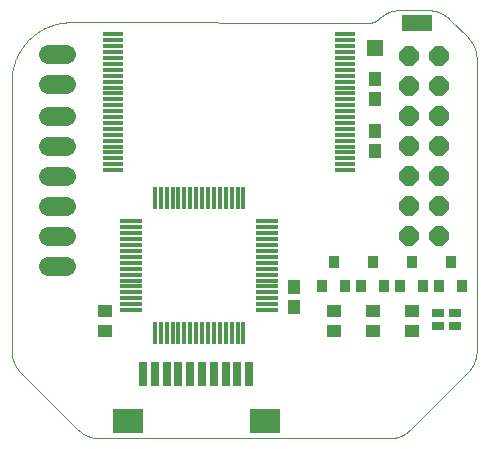
<source format=gts>
G04 EAGLE Gerber RS-274X export*
G75*
%MOMM*%
%FSLAX34Y34*%
%LPD*%
%INSolder Mask top*%
%IPPOS*%
%AMOC8*
5,1,8,0,0,1.08239X$1,22.5*%
G01*
%ADD10C,0.000000*%
%ADD11R,1.889900X0.464800*%
%ADD12R,0.464800X1.889900*%
%ADD13R,1.738000X0.401600*%
%ADD14C,1.625600*%
%ADD15R,1.101600X1.201600*%
%ADD16R,2.641600X1.371600*%
%ADD17R,1.201600X1.101600*%
%ADD18R,0.889000X0.990600*%
%ADD19R,1.001600X0.751600*%
%ADD20R,0.701600X2.101600*%
%ADD21R,2.601600X2.101600*%
%ADD22P,1.759533X8X112.500000*%
%ADD23R,1.401600X1.401600*%


D10*
X306979Y0D02*
X73025Y0D01*
X306979Y0D02*
X307583Y7D01*
X308188Y29D01*
X308791Y65D01*
X309393Y115D01*
X309994Y180D01*
X310594Y259D01*
X311191Y352D01*
X311786Y459D01*
X312378Y580D01*
X312967Y716D01*
X313553Y865D01*
X314135Y1029D01*
X314713Y1206D01*
X315287Y1397D01*
X315855Y1601D01*
X316419Y1819D01*
X316978Y2051D01*
X317531Y2295D01*
X318077Y2553D01*
X318618Y2824D01*
X319152Y3107D01*
X319679Y3403D01*
X320199Y3711D01*
X320711Y4032D01*
X321216Y4365D01*
X321712Y4710D01*
X322201Y5066D01*
X322680Y5434D01*
X323151Y5814D01*
X323612Y6204D01*
X324065Y6605D01*
X324507Y7017D01*
X324940Y7439D01*
X324940Y7440D02*
X373561Y56061D01*
X373560Y56060D02*
X373983Y56493D01*
X374395Y56935D01*
X374796Y57388D01*
X375186Y57849D01*
X375566Y58320D01*
X375934Y58799D01*
X376290Y59288D01*
X376635Y59784D01*
X376968Y60289D01*
X377289Y60801D01*
X377597Y61321D01*
X377893Y61848D01*
X378176Y62382D01*
X378447Y62923D01*
X378705Y63469D01*
X378949Y64022D01*
X379181Y64581D01*
X379399Y65145D01*
X379603Y65713D01*
X379794Y66287D01*
X379971Y66865D01*
X380135Y67447D01*
X380284Y68033D01*
X380420Y68622D01*
X380541Y69214D01*
X380648Y69809D01*
X380741Y70406D01*
X380820Y71006D01*
X380885Y71607D01*
X380935Y72209D01*
X380971Y72812D01*
X380993Y73417D01*
X381000Y74021D01*
X381000Y321410D01*
X380993Y322017D01*
X380971Y322624D01*
X380935Y323230D01*
X380884Y323834D01*
X380819Y324438D01*
X380739Y325040D01*
X380645Y325639D01*
X380537Y326237D01*
X380415Y326831D01*
X380278Y327423D01*
X380127Y328011D01*
X379963Y328595D01*
X379784Y329175D01*
X379591Y329751D01*
X379385Y330322D01*
X379166Y330888D01*
X378932Y331448D01*
X378686Y332003D01*
X378426Y332551D01*
X378153Y333094D01*
X377868Y333629D01*
X377569Y334158D01*
X377258Y334679D01*
X376935Y335193D01*
X376600Y335699D01*
X376252Y336197D01*
X375893Y336686D01*
X375522Y337167D01*
X375140Y337638D01*
X374747Y338100D01*
X374342Y338553D01*
X373927Y338996D01*
X373502Y339429D01*
X357749Y355079D01*
X357750Y355079D02*
X357304Y355511D01*
X356848Y355932D01*
X356382Y356342D01*
X355905Y356740D01*
X355420Y357127D01*
X354924Y357502D01*
X354420Y357864D01*
X353908Y358214D01*
X353386Y358551D01*
X352857Y358876D01*
X352320Y359187D01*
X351776Y359485D01*
X351224Y359770D01*
X350666Y360041D01*
X350101Y360299D01*
X349530Y360542D01*
X348953Y360772D01*
X348371Y360987D01*
X347783Y361189D01*
X347191Y361375D01*
X346595Y361548D01*
X345995Y361705D01*
X345390Y361848D01*
X344783Y361976D01*
X344173Y362089D01*
X343560Y362187D01*
X342944Y362271D01*
X342327Y362339D01*
X341709Y362392D01*
X341089Y362430D01*
X340469Y362452D01*
X339848Y362460D01*
X315909Y362460D01*
X315295Y362453D01*
X314681Y362430D01*
X314068Y362393D01*
X313456Y362341D01*
X312845Y362275D01*
X312237Y362193D01*
X311630Y362097D01*
X311026Y361986D01*
X310425Y361861D01*
X309827Y361721D01*
X309232Y361567D01*
X308641Y361398D01*
X308055Y361215D01*
X307473Y361018D01*
X306896Y360807D01*
X306325Y360582D01*
X305759Y360344D01*
X305199Y360092D01*
X304645Y359826D01*
X304098Y359547D01*
X303558Y359255D01*
X303025Y358950D01*
X302499Y358632D01*
X301981Y358301D01*
X301472Y357958D01*
X300971Y357603D01*
X300479Y357236D01*
X299995Y356857D01*
X299521Y356466D01*
X299057Y356064D01*
X298602Y355651D01*
X298158Y355227D01*
X298158Y355228D02*
X297947Y355027D01*
X297731Y354830D01*
X297510Y354639D01*
X297285Y354454D01*
X297055Y354274D01*
X296821Y354100D01*
X296583Y353931D01*
X296341Y353768D01*
X296095Y353611D01*
X295845Y353460D01*
X295592Y353315D01*
X295335Y353177D01*
X295075Y353044D01*
X294812Y352918D01*
X294546Y352799D01*
X294277Y352685D01*
X294005Y352579D01*
X293731Y352479D01*
X293454Y352385D01*
X293176Y352299D01*
X292895Y352219D01*
X292612Y352146D01*
X292328Y352080D01*
X292042Y352021D01*
X291755Y351968D01*
X291467Y351923D01*
X291178Y351885D01*
X290888Y351854D01*
X290597Y351829D01*
X290305Y351812D01*
X290014Y351802D01*
X289722Y351799D01*
X289722Y351798D02*
X37383Y352217D01*
X36174Y352204D01*
X34965Y352162D01*
X33758Y352091D01*
X32552Y351991D01*
X31349Y351862D01*
X30150Y351703D01*
X28955Y351516D01*
X27765Y351299D01*
X26581Y351054D01*
X25403Y350781D01*
X24231Y350479D01*
X23068Y350149D01*
X21912Y349790D01*
X20766Y349404D01*
X19630Y348990D01*
X18503Y348549D01*
X17388Y348081D01*
X16285Y347586D01*
X15193Y347064D01*
X14115Y346517D01*
X13050Y345943D01*
X11999Y345343D01*
X10964Y344719D01*
X9943Y344069D01*
X8939Y343395D01*
X7951Y342697D01*
X6980Y341975D01*
X6028Y341230D01*
X5093Y340462D01*
X4177Y339672D01*
X3281Y338860D01*
X2405Y338026D01*
X1549Y337172D01*
X714Y336297D01*
X-100Y335402D01*
X-892Y334487D01*
X-1661Y333554D01*
X-2408Y332602D01*
X-3131Y331633D01*
X-3831Y330646D01*
X-4507Y329643D01*
X-5158Y328624D01*
X-5784Y327589D01*
X-6385Y326539D01*
X-6961Y325476D01*
X-7511Y324398D01*
X-8034Y323308D01*
X-8531Y322205D01*
X-9001Y321090D01*
X-9444Y319965D01*
X-9860Y318829D01*
X-10248Y317683D01*
X-10608Y316529D01*
X-10940Y315366D01*
X-11244Y314195D01*
X-11520Y313017D01*
X-11767Y311833D01*
X-11985Y310643D01*
X-12174Y309449D01*
X-12335Y308250D01*
X-12466Y307047D01*
X-12568Y305842D01*
X-12642Y304635D01*
X-12685Y303426D01*
X-12700Y302217D01*
X-12700Y149225D01*
X-12700Y117475D01*
X-12700Y74021D01*
X43360Y7439D02*
X43793Y7017D01*
X44235Y6605D01*
X44688Y6204D01*
X45149Y5814D01*
X45620Y5434D01*
X46099Y5066D01*
X46588Y4710D01*
X47084Y4365D01*
X47589Y4032D01*
X48101Y3711D01*
X48621Y3403D01*
X49148Y3107D01*
X49682Y2824D01*
X50223Y2553D01*
X50769Y2295D01*
X51322Y2051D01*
X51881Y1819D01*
X52445Y1601D01*
X53013Y1397D01*
X53587Y1206D01*
X54165Y1029D01*
X54747Y865D01*
X55333Y716D01*
X55922Y580D01*
X56514Y459D01*
X57109Y352D01*
X57706Y259D01*
X58306Y180D01*
X58907Y115D01*
X59509Y65D01*
X60112Y29D01*
X60717Y7D01*
X61321Y0D01*
X43361Y7440D02*
X-5261Y56061D01*
X-5260Y56060D02*
X-5683Y56493D01*
X-6095Y56935D01*
X-6496Y57388D01*
X-6886Y57849D01*
X-7266Y58320D01*
X-7634Y58799D01*
X-7990Y59288D01*
X-8335Y59784D01*
X-8668Y60289D01*
X-8989Y60801D01*
X-9297Y61321D01*
X-9593Y61848D01*
X-9876Y62382D01*
X-10147Y62923D01*
X-10405Y63469D01*
X-10649Y64022D01*
X-10881Y64581D01*
X-11099Y65145D01*
X-11303Y65713D01*
X-11494Y66287D01*
X-11671Y66865D01*
X-11835Y67447D01*
X-11984Y68033D01*
X-12120Y68622D01*
X-12241Y69214D01*
X-12348Y69809D01*
X-12441Y70406D01*
X-12520Y71006D01*
X-12585Y71607D01*
X-12635Y72209D01*
X-12671Y72812D01*
X-12693Y73417D01*
X-12700Y74021D01*
X61321Y0D02*
X73025Y0D01*
D11*
X88784Y183550D03*
X88784Y178550D03*
X88784Y173550D03*
X88784Y168550D03*
X88784Y163550D03*
X88784Y158550D03*
X88784Y153550D03*
X88784Y148550D03*
X88784Y143550D03*
X88784Y138550D03*
X88784Y133550D03*
X88784Y128550D03*
X88784Y123550D03*
X88784Y118550D03*
X88784Y113550D03*
X88784Y108550D03*
D12*
X108550Y88784D03*
X113550Y88784D03*
X118550Y88784D03*
X123550Y88784D03*
X128550Y88784D03*
X133550Y88784D03*
X138550Y88784D03*
X143550Y88784D03*
X148550Y88784D03*
X153550Y88784D03*
X158550Y88784D03*
X163550Y88784D03*
X168550Y88784D03*
X173550Y88784D03*
X178550Y88784D03*
X183550Y88784D03*
D11*
X203316Y108550D03*
X203316Y113550D03*
X203316Y118550D03*
X203316Y123550D03*
X203316Y128550D03*
X203316Y133550D03*
X203316Y138550D03*
X203316Y143550D03*
X203316Y148550D03*
X203316Y153550D03*
X203316Y158550D03*
X203316Y163550D03*
X203316Y168550D03*
X203316Y173550D03*
X203316Y178550D03*
X203316Y183550D03*
D12*
X183550Y203316D03*
X178550Y203316D03*
X173550Y203316D03*
X168550Y203316D03*
X163550Y203316D03*
X158550Y203316D03*
X153550Y203316D03*
X148550Y203316D03*
X143550Y203316D03*
X138550Y203316D03*
X133550Y203316D03*
X128550Y203316D03*
X123550Y203316D03*
X118550Y203316D03*
X113550Y203316D03*
X108550Y203316D03*
D13*
X73056Y341980D03*
X73056Y336980D03*
X73056Y331980D03*
X73056Y326980D03*
X73056Y321980D03*
X73056Y316980D03*
X73056Y311980D03*
X73056Y306980D03*
X73056Y301980D03*
X73056Y296980D03*
X73056Y291980D03*
X73056Y286980D03*
X73056Y281980D03*
X73056Y276980D03*
X73056Y271980D03*
X73056Y266980D03*
X73056Y261980D03*
X73056Y256980D03*
X73056Y251980D03*
X73056Y246980D03*
X73056Y241980D03*
X73056Y236980D03*
X73056Y231980D03*
X73056Y226980D03*
X269844Y226980D03*
X269844Y231980D03*
X269844Y236980D03*
X269844Y241980D03*
X269844Y246980D03*
X269844Y251980D03*
X269844Y256980D03*
X269844Y261980D03*
X269844Y266980D03*
X269844Y271980D03*
X269844Y276980D03*
X269844Y281980D03*
X269844Y286980D03*
X269844Y291980D03*
X269844Y296980D03*
X269844Y301980D03*
X269844Y306980D03*
X269844Y311980D03*
X269844Y316980D03*
X269844Y321980D03*
X269844Y326980D03*
X269844Y331980D03*
X269844Y336980D03*
X269844Y341980D03*
D14*
X33020Y146050D02*
X17780Y146050D01*
X17780Y171450D02*
X33020Y171450D01*
X33020Y196850D02*
X17780Y196850D01*
X17780Y222250D02*
X33020Y222250D01*
X33020Y247650D02*
X17780Y247650D01*
X17780Y273050D02*
X33020Y273050D01*
X33020Y300025D02*
X17780Y300025D01*
X17780Y325425D02*
X33020Y325425D01*
D15*
X226060Y127880D03*
X226060Y110880D03*
X294640Y287410D03*
X294640Y304410D03*
X294640Y259960D03*
X294640Y242960D03*
D16*
X330200Y351790D03*
D17*
X66040Y107560D03*
X66040Y90560D03*
D18*
X316484Y128905D03*
X335788Y128905D03*
X326136Y149225D03*
D17*
X260350Y91195D03*
X260350Y108195D03*
X293370Y91195D03*
X293370Y108195D03*
X326390Y91195D03*
X326390Y108195D03*
D19*
X348600Y94830D03*
X362600Y94830D03*
X348600Y105830D03*
X362600Y105830D03*
D18*
X283464Y128905D03*
X302768Y128905D03*
X293116Y149225D03*
X349504Y128905D03*
X368808Y128905D03*
X359156Y149225D03*
X250444Y128905D03*
X269748Y128905D03*
X260096Y149225D03*
D20*
X98510Y54610D03*
X108510Y54610D03*
X118510Y54610D03*
X128510Y54610D03*
X138510Y54610D03*
X148510Y54610D03*
X158510Y54610D03*
X168510Y54610D03*
X178510Y54610D03*
X188510Y54610D03*
D21*
X201510Y14610D03*
X85510Y14610D03*
D22*
X349250Y171450D03*
X323850Y171450D03*
X349250Y196850D03*
X323850Y196850D03*
X349250Y222250D03*
X323850Y222250D03*
X349250Y247650D03*
X323850Y247650D03*
X349250Y273050D03*
X323850Y273050D03*
X349250Y298450D03*
X323850Y298450D03*
X349250Y323850D03*
X323850Y323850D03*
D23*
X295275Y330200D03*
M02*

</source>
